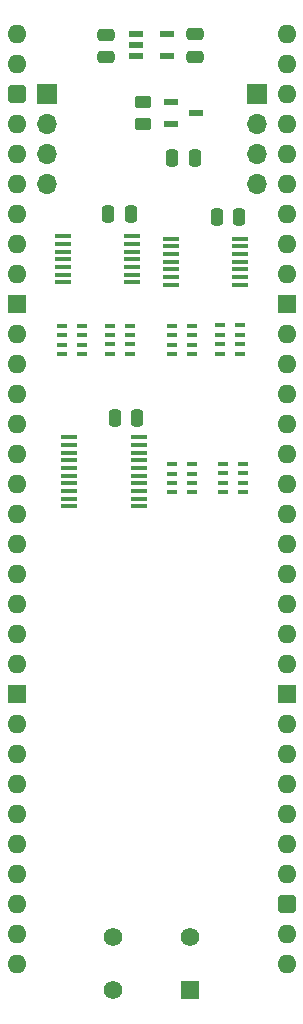
<source format=gts>
%TF.GenerationSoftware,KiCad,Pcbnew,7.0.5*%
%TF.CreationDate,2024-02-08T12:26:10+02:00*%
%TF.ProjectId,Dual MPU Clock Generator,4475616c-204d-4505-9520-436c6f636b20,rev?*%
%TF.SameCoordinates,Original*%
%TF.FileFunction,Soldermask,Top*%
%TF.FilePolarity,Negative*%
%FSLAX46Y46*%
G04 Gerber Fmt 4.6, Leading zero omitted, Abs format (unit mm)*
G04 Created by KiCad (PCBNEW 7.0.5) date 2024-02-08 12:26:10*
%MOMM*%
%LPD*%
G01*
G04 APERTURE LIST*
G04 Aperture macros list*
%AMRoundRect*
0 Rectangle with rounded corners*
0 $1 Rounding radius*
0 $2 $3 $4 $5 $6 $7 $8 $9 X,Y pos of 4 corners*
0 Add a 4 corners polygon primitive as box body*
4,1,4,$2,$3,$4,$5,$6,$7,$8,$9,$2,$3,0*
0 Add four circle primitives for the rounded corners*
1,1,$1+$1,$2,$3*
1,1,$1+$1,$4,$5*
1,1,$1+$1,$6,$7*
1,1,$1+$1,$8,$9*
0 Add four rect primitives between the rounded corners*
20,1,$1+$1,$2,$3,$4,$5,0*
20,1,$1+$1,$4,$5,$6,$7,0*
20,1,$1+$1,$6,$7,$8,$9,0*
20,1,$1+$1,$8,$9,$2,$3,0*%
G04 Aperture macros list end*
%ADD10R,1.575000X1.575000*%
%ADD11C,1.575000*%
%ADD12R,0.900000X0.450000*%
%ADD13R,1.250000X0.600000*%
%ADD14R,1.475000X0.450000*%
%ADD15R,1.150000X0.600000*%
%ADD16RoundRect,0.250000X0.475000X-0.250000X0.475000X0.250000X-0.475000X0.250000X-0.475000X-0.250000X0*%
%ADD17R,0.950000X0.450000*%
%ADD18O,1.600000X1.600000*%
%ADD19RoundRect,0.400000X-0.400000X-0.400000X0.400000X-0.400000X0.400000X0.400000X-0.400000X0.400000X0*%
%ADD20R,1.600000X1.600000*%
%ADD21RoundRect,0.250000X0.250000X0.475000X-0.250000X0.475000X-0.250000X-0.475000X0.250000X-0.475000X0*%
%ADD22RoundRect,0.250000X-0.450000X0.262500X-0.450000X-0.262500X0.450000X-0.262500X0.450000X0.262500X0*%
%ADD23R,1.700000X1.700000*%
%ADD24O,1.700000X1.700000*%
%ADD25RoundRect,0.250000X-0.250000X-0.475000X0.250000X-0.475000X0.250000X0.475000X-0.250000X0.475000X0*%
G04 APERTURE END LIST*
D10*
%TO.C,S2*%
X103580000Y-139410000D03*
D11*
X97080000Y-139410000D03*
X103580000Y-134910000D03*
X97080000Y-134910000D03*
%TD*%
D12*
%TO.C,RN4*%
X103737000Y-85547400D03*
X103737000Y-84747400D03*
X103737000Y-83947400D03*
X103737000Y-83147400D03*
X102037000Y-83147400D03*
X102037000Y-83947400D03*
X102037000Y-84747400D03*
X102037000Y-85547400D03*
%TD*%
%TO.C,RN3*%
X94410000Y-85547200D03*
X94410000Y-84747200D03*
X94410000Y-83947200D03*
X94410000Y-83147200D03*
X92710000Y-83147200D03*
X92710000Y-83947200D03*
X92710000Y-84747200D03*
X92710000Y-85547200D03*
%TD*%
%TO.C,RN1*%
X103720000Y-97261394D03*
X103720000Y-96461394D03*
X103720000Y-95661394D03*
X103720000Y-94861394D03*
X102020000Y-94861394D03*
X102020000Y-95661394D03*
X102020000Y-96461394D03*
X102020000Y-97261394D03*
%TD*%
D13*
%TO.C,IC8*%
X101947000Y-64201000D03*
X101947000Y-66101000D03*
X104047000Y-65151000D03*
%TD*%
D14*
%TO.C,IC7*%
X92781000Y-75571000D03*
X92781000Y-76221000D03*
X92781000Y-76871000D03*
X92781000Y-77521000D03*
X92781000Y-78171000D03*
X92781000Y-78821000D03*
X92781000Y-79471000D03*
X98657000Y-79471000D03*
X98657000Y-78821000D03*
X98657000Y-78171000D03*
X98657000Y-77521000D03*
X98657000Y-76871000D03*
X98657000Y-76221000D03*
X98657000Y-75571000D03*
%TD*%
%TO.C,IC4*%
X93345000Y-92589994D03*
X93345000Y-93239994D03*
X93345000Y-93889994D03*
X93345000Y-94539994D03*
X93345000Y-95189994D03*
X93345000Y-95839994D03*
X93345000Y-96489994D03*
X93345000Y-97139994D03*
X93345000Y-97789994D03*
X93345000Y-98439994D03*
X99221000Y-98439994D03*
X99221000Y-97789994D03*
X99221000Y-97139994D03*
X99221000Y-96489994D03*
X99221000Y-95839994D03*
X99221000Y-95189994D03*
X99221000Y-94539994D03*
X99221000Y-93889994D03*
X99221000Y-93239994D03*
X99221000Y-92589994D03*
%TD*%
%TO.C,IC3*%
X101942000Y-75774000D03*
X101942000Y-76424000D03*
X101942000Y-77074000D03*
X101942000Y-77724000D03*
X101942000Y-78374000D03*
X101942000Y-79024000D03*
X101942000Y-79674000D03*
X107818000Y-79674000D03*
X107818000Y-79024000D03*
X107818000Y-78374000D03*
X107818000Y-77724000D03*
X107818000Y-77074000D03*
X107818000Y-76424000D03*
X107818000Y-75774000D03*
%TD*%
D15*
%TO.C,IC1*%
X99000000Y-58420000D03*
X99000000Y-59370000D03*
X99000000Y-60320000D03*
X101600000Y-60320000D03*
X101600000Y-58420000D03*
%TD*%
D16*
%TO.C,C10*%
X96490000Y-60431000D03*
X96490000Y-58531000D03*
%TD*%
D17*
%TO.C,CN2*%
X96774000Y-83128000D03*
X96774000Y-83928000D03*
X96774000Y-84728000D03*
X96774000Y-85528000D03*
X98474000Y-85528000D03*
X98474000Y-84728000D03*
X98474000Y-83928000D03*
X98474000Y-83128000D03*
%TD*%
%TO.C,CN3*%
X106355000Y-94822994D03*
X106355000Y-95622994D03*
X106355000Y-96422994D03*
X106355000Y-97222994D03*
X108055000Y-97222994D03*
X108055000Y-96422994D03*
X108055000Y-95622994D03*
X108055000Y-94822994D03*
%TD*%
D18*
%TO.C,J1*%
X88900000Y-58420000D03*
X88900000Y-60960000D03*
D19*
X88900000Y-63500000D03*
D18*
X88900000Y-66040000D03*
X88900000Y-68580000D03*
X88900000Y-71120000D03*
X88900000Y-73660000D03*
X88900000Y-76200000D03*
X88900000Y-78740000D03*
D20*
X88900000Y-81280000D03*
D18*
X88900000Y-83820000D03*
X88900000Y-86360000D03*
X88900000Y-88900000D03*
X88900000Y-91440000D03*
X88900000Y-93980000D03*
X88900000Y-96520000D03*
X88900000Y-99060000D03*
X88900000Y-101600000D03*
X88900000Y-104140000D03*
X88900000Y-106680000D03*
X88900000Y-109220000D03*
X88900000Y-111760000D03*
D20*
X88900000Y-114300000D03*
D18*
X88900000Y-116840000D03*
X88900000Y-119380000D03*
X88900000Y-121920000D03*
X88900000Y-124460000D03*
X88900000Y-127000000D03*
X88900000Y-129540000D03*
X88900000Y-132080000D03*
X88900000Y-134620000D03*
X88900000Y-137160000D03*
X111760000Y-137160000D03*
X111760000Y-134620000D03*
D19*
X111760000Y-132080000D03*
D18*
X111760000Y-129540000D03*
X111760000Y-127000000D03*
X111760000Y-124460000D03*
X111760000Y-121920000D03*
X111760000Y-119380000D03*
X111760000Y-116840000D03*
D20*
X111760000Y-114300000D03*
D18*
X111760000Y-111760000D03*
X111760000Y-109220000D03*
X111760000Y-106680000D03*
X111760000Y-104140000D03*
X111760000Y-101600000D03*
X111760000Y-99060000D03*
X111760000Y-96520000D03*
X111760000Y-93980000D03*
X111760000Y-91440000D03*
X111760000Y-88900000D03*
X111760000Y-86360000D03*
X111760000Y-83820000D03*
D20*
X111760000Y-81280000D03*
D18*
X111760000Y-78740000D03*
X111760000Y-76200000D03*
X111760000Y-73660000D03*
X111760000Y-71120000D03*
X111760000Y-68580000D03*
X111760000Y-66040000D03*
X111760000Y-63500000D03*
X111760000Y-60960000D03*
X111760000Y-58420000D03*
%TD*%
D21*
%TO.C,C6*%
X98558000Y-73711000D03*
X96658000Y-73711000D03*
%TD*%
%TO.C,C2*%
X107741000Y-73914000D03*
X105841000Y-73914000D03*
%TD*%
D22*
%TO.C,R2*%
X99578000Y-64238500D03*
X99578000Y-66063500D03*
%TD*%
D16*
%TO.C,C11*%
X103983000Y-60365000D03*
X103983000Y-58465000D03*
%TD*%
D23*
%TO.C,J2*%
X91440000Y-63500000D03*
D24*
X91440000Y-66040000D03*
X91440000Y-68580000D03*
X91440000Y-71120000D03*
%TD*%
D25*
%TO.C,C8*%
X102063000Y-68961000D03*
X103963000Y-68961000D03*
%TD*%
D17*
%TO.C,CN1*%
X106101000Y-83108999D03*
X106101000Y-83908999D03*
X106101000Y-84708999D03*
X106101000Y-85508999D03*
X107801000Y-85508999D03*
X107801000Y-84708999D03*
X107801000Y-83908999D03*
X107801000Y-83108999D03*
%TD*%
D23*
%TO.C,J3*%
X109220000Y-63500000D03*
D24*
X109220000Y-66040000D03*
X109220000Y-68580000D03*
X109220000Y-71120000D03*
%TD*%
D21*
%TO.C,C1*%
X99122000Y-90942994D03*
X97222000Y-90942994D03*
%TD*%
M02*

</source>
